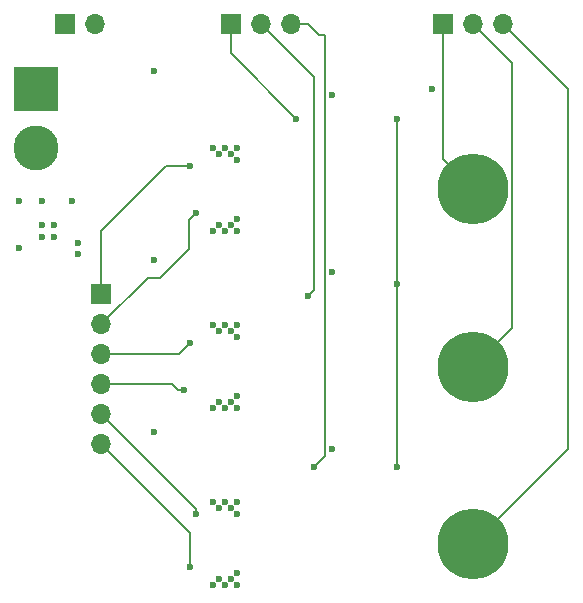
<source format=gbr>
%TF.GenerationSoftware,KiCad,Pcbnew,8.0.2*%
%TF.CreationDate,2024-06-01T20:14:58-04:00*%
%TF.ProjectId,small_compliant_drive,736d616c-6c5f-4636-9f6d-706c69616e74,rev?*%
%TF.SameCoordinates,Original*%
%TF.FileFunction,Copper,L4,Bot*%
%TF.FilePolarity,Positive*%
%FSLAX46Y46*%
G04 Gerber Fmt 4.6, Leading zero omitted, Abs format (unit mm)*
G04 Created by KiCad (PCBNEW 8.0.2) date 2024-06-01 20:14:58*
%MOMM*%
%LPD*%
G01*
G04 APERTURE LIST*
%TA.AperFunction,ComponentPad*%
%ADD10R,3.800000X3.800000*%
%TD*%
%TA.AperFunction,ComponentPad*%
%ADD11C,3.800000*%
%TD*%
%TA.AperFunction,ComponentPad*%
%ADD12C,6.000000*%
%TD*%
%TA.AperFunction,ComponentPad*%
%ADD13O,1.700000X1.700000*%
%TD*%
%TA.AperFunction,ComponentPad*%
%ADD14R,1.700000X1.700000*%
%TD*%
%TA.AperFunction,ViaPad*%
%ADD15C,0.600000*%
%TD*%
%TA.AperFunction,Conductor*%
%ADD16C,0.200000*%
%TD*%
G04 APERTURE END LIST*
D10*
%TO.P,J4-Vbat,1,Pin_1*%
%TO.N,Vbat*%
X155000000Y-46500000D03*
D11*
%TO.P,J4-Vbat,2,Pin_2*%
%TO.N,Common*%
X155000000Y-51500000D03*
%TD*%
D12*
%TO.P,H3,1,1*%
%TO.N,VsensC*%
X192000000Y-85000000D03*
%TD*%
%TO.P,H2,1,1*%
%TO.N,VsensB*%
X192000000Y-70000000D03*
%TD*%
%TO.P,H1,1,1*%
%TO.N,VsensA*%
X192000000Y-55000000D03*
%TD*%
D13*
%TO.P,J1,3,Pin_3*%
%TO.N,Ic*%
X176555000Y-40975000D03*
%TO.P,J1,2,Pin_2*%
%TO.N,Ib*%
X174015000Y-40975000D03*
D14*
%TO.P,J1,1,Pin_1*%
%TO.N,Ia*%
X171475000Y-40975000D03*
%TD*%
D13*
%TO.P,J2,6,Pin_6*%
%TO.N,PHASE_C_LOW*%
X160500000Y-76580000D03*
%TO.P,J2,5,Pin_5*%
%TO.N,PHASE_C_HIGH*%
X160500000Y-74040000D03*
%TO.P,J2,4,Pin_4*%
%TO.N,PHASE_B_LOW*%
X160500000Y-71500000D03*
%TO.P,J2,3,Pin_3*%
%TO.N,PHASE_B_HIGH*%
X160500000Y-68960000D03*
%TO.P,J2,2,Pin_2*%
%TO.N,PHASE_A_LOW*%
X160500000Y-66420000D03*
D14*
%TO.P,J2,1,Pin_1*%
%TO.N,PHASE_A_HIGH*%
X160500000Y-63880000D03*
%TD*%
%TO.P,J3,1,Pin_1*%
%TO.N,VsensA*%
X189460000Y-41000000D03*
D13*
%TO.P,J3,2,Pin_2*%
%TO.N,VsensB*%
X192000000Y-41000000D03*
%TO.P,J3,3,Pin_3*%
%TO.N,VsensC*%
X194540000Y-41000000D03*
%TD*%
D14*
%TO.P,J5,1,Pin_1*%
%TO.N,Common*%
X157460000Y-41000000D03*
D13*
%TO.P,J5,2,Pin_2*%
X160000000Y-41000000D03*
%TD*%
D15*
%TO.N,3.3V*%
X165000000Y-75500000D03*
X158500000Y-60500000D03*
X158500000Y-59500000D03*
X165000000Y-45000000D03*
X165000000Y-61000000D03*
%TO.N,Vbat*%
X158000000Y-56000000D03*
X155500000Y-56000000D03*
X153500000Y-56000000D03*
%TO.N,Common*%
X156500000Y-59000000D03*
X155500000Y-59000000D03*
X155500000Y-58000000D03*
X156500000Y-58000000D03*
%TO.N,Vref*%
X185500000Y-63000000D03*
X185500000Y-78500000D03*
X185500000Y-49000000D03*
%TO.N,Common*%
X188500000Y-46500000D03*
%TO.N,Vbat*%
X153500000Y-60000000D03*
%TO.N,PHASE_C_LOW*%
X168000000Y-87000000D03*
%TO.N,PHASE_C_HIGH*%
X168500000Y-82500000D03*
%TO.N,PHASE_B_LOW*%
X167500000Y-72000000D03*
%TO.N,PHASE_B_HIGH*%
X168000000Y-68000000D03*
%TO.N,Common*%
X171000000Y-88500000D03*
X170000000Y-88500000D03*
X171500000Y-88000000D03*
X170500000Y-88000000D03*
X172000000Y-87500000D03*
X172000000Y-88500000D03*
%TO.N,Vbat*%
X170000000Y-81500000D03*
X171000000Y-81500000D03*
X171500000Y-82000000D03*
X170500000Y-82000000D03*
X172000000Y-81500000D03*
X172000000Y-82500000D03*
%TO.N,Common*%
X172000000Y-72500000D03*
X172000000Y-73500000D03*
X171000000Y-73500000D03*
X170000000Y-73500000D03*
X170500000Y-73000000D03*
X171500000Y-73000000D03*
%TO.N,Vbat*%
X172000000Y-67500000D03*
X170500000Y-67000000D03*
X171500000Y-67000000D03*
X172000000Y-66500000D03*
X171000000Y-66500000D03*
X170000000Y-66500000D03*
%TO.N,Common*%
X170500000Y-58000000D03*
X171500000Y-58000000D03*
%TO.N,Vbat*%
X172000000Y-52500000D03*
X171500000Y-52000000D03*
X170500000Y-52000000D03*
%TO.N,Common*%
X172000000Y-57500000D03*
X172000000Y-58500000D03*
X171000000Y-58500000D03*
X170000000Y-58500000D03*
%TO.N,PHASE_A_LOW*%
X168500000Y-57000000D03*
%TO.N,Vbat*%
X170000000Y-51500000D03*
%TO.N,PHASE_A_HIGH*%
X168000000Y-53000000D03*
%TO.N,Vbat*%
X172000000Y-51500000D03*
X171000000Y-51500000D03*
%TO.N,Common*%
X180000000Y-77000000D03*
X180000000Y-62000000D03*
X180000000Y-47000000D03*
%TO.N,Ic*%
X178500000Y-78500000D03*
%TO.N,Ia*%
X177000000Y-49000000D03*
%TO.N,Ib*%
X178000000Y-64000000D03*
%TD*%
D16*
%TO.N,PHASE_A_LOW*%
X167920000Y-60080000D02*
X167920000Y-57580000D01*
X165500000Y-62500000D02*
X167920000Y-60080000D01*
X164420000Y-62500000D02*
X165500000Y-62500000D01*
X167920000Y-57580000D02*
X168500000Y-57000000D01*
X160500000Y-66420000D02*
X164420000Y-62500000D01*
%TO.N,Vref*%
X185500000Y-49000000D02*
X185500000Y-78500000D01*
%TO.N,PHASE_C_LOW*%
X168000000Y-87000000D02*
X168000000Y-84080000D01*
X168000000Y-84080000D02*
X160500000Y-76580000D01*
%TO.N,PHASE_C_HIGH*%
X168500000Y-82040000D02*
X160500000Y-74040000D01*
X168500000Y-82500000D02*
X168500000Y-82040000D01*
%TO.N,PHASE_B_LOW*%
X166500000Y-71500000D02*
X160500000Y-71500000D01*
X167000000Y-72000000D02*
X166500000Y-71500000D01*
X167500000Y-72000000D02*
X167000000Y-72000000D01*
%TO.N,PHASE_A_HIGH*%
X166000000Y-53000000D02*
X160500000Y-58500000D01*
X168000000Y-53000000D02*
X166000000Y-53000000D01*
%TO.N,PHASE_B_HIGH*%
X168000000Y-68000000D02*
X167040000Y-68960000D01*
X167040000Y-68960000D02*
X160500000Y-68960000D01*
%TO.N,PHASE_A_HIGH*%
X160500000Y-58500000D02*
X160500000Y-63880000D01*
%TO.N,Ic*%
X179400000Y-77600000D02*
X178500000Y-78500000D01*
X179400000Y-41900000D02*
X179400000Y-77600000D01*
X178900000Y-41900000D02*
X179400000Y-41900000D01*
X177975000Y-40975000D02*
X178900000Y-41900000D01*
X176555000Y-40975000D02*
X177975000Y-40975000D01*
%TO.N,Ib*%
X178500000Y-63500000D02*
X178000000Y-64000000D01*
X178500000Y-45460000D02*
X178500000Y-63500000D01*
X174015000Y-40975000D02*
X178500000Y-45460000D01*
%TO.N,Ia*%
X171475000Y-43475000D02*
X177000000Y-49000000D01*
X171475000Y-40975000D02*
X171475000Y-43475000D01*
%TO.N,VsensC*%
X200000000Y-77000000D02*
X192000000Y-85000000D01*
X200000000Y-46460000D02*
X200000000Y-77000000D01*
X194540000Y-41000000D02*
X200000000Y-46460000D01*
%TO.N,VsensB*%
X195300000Y-66700000D02*
X192000000Y-70000000D01*
X192000000Y-41000000D02*
X195300000Y-44300000D01*
X195300000Y-44300000D02*
X195300000Y-66700000D01*
%TO.N,VsensA*%
X189460000Y-52460000D02*
X192000000Y-55000000D01*
X189460000Y-41000000D02*
X189460000Y-52460000D01*
%TD*%
M02*

</source>
